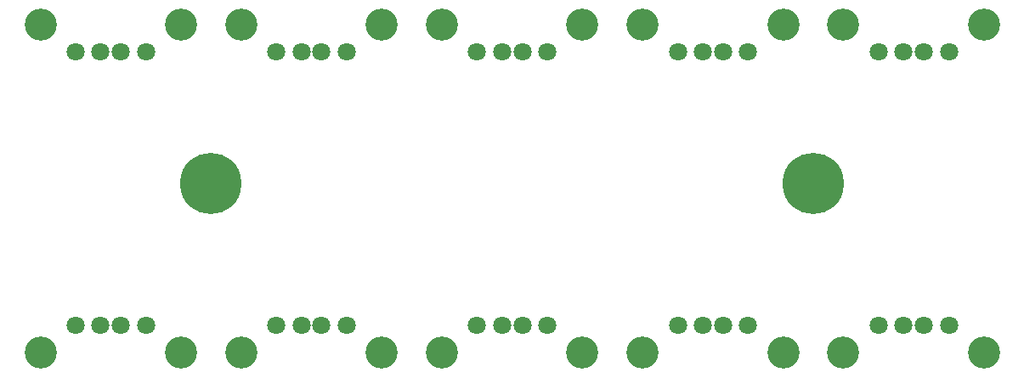
<source format=gbs>
G04 Layer: BottomSolderMaskLayer*
G04 EasyEDA v6.5.1, 2022-07-02 21:29:07*
G04 a67cddfb3fce44daa9051d46cbbcc19f,10*
G04 Gerber Generator version 0.2*
G04 Scale: 100 percent, Rotated: No, Reflected: No *
G04 Dimensions in millimeters *
G04 leading zeros omitted , absolute positions ,4 integer and 5 decimal *
%FSLAX45Y45*%
%MOMM*%

%ADD14C,1.2700*%
%ADD16C,3.2016*%
%ADD17C,1.8016*%
%ADD18C,6.1016*%

%LPD*%
D16*
G01*
X1699996Y364489D03*
G01*
X299999Y364489D03*
D17*
G01*
X649986Y635507D03*
G01*
X899998Y635507D03*
G01*
X1099997Y635507D03*
G01*
X1349984Y635507D03*
D18*
G01*
X1999995Y2050008D03*
D14*
G01*
X1999995Y2275001D03*
G01*
X1840890Y2209114D03*
G01*
X1775002Y2050008D03*
G01*
X1840890Y1890903D03*
G01*
X1999995Y1825015D03*
G01*
X2159101Y1890903D03*
G01*
X2224989Y2050008D03*
G01*
X2159101Y2209114D03*
D18*
G01*
X8000009Y2050008D03*
D14*
G01*
X8000009Y2275001D03*
G01*
X7840903Y2209114D03*
G01*
X7775016Y2050008D03*
G01*
X7840903Y1890903D03*
G01*
X8000009Y1825015D03*
G01*
X8159115Y1890903D03*
G01*
X8225002Y2050008D03*
G01*
X8159115Y2209114D03*
D16*
G01*
X3699992Y364489D03*
G01*
X2299995Y364489D03*
D17*
G01*
X2649981Y635507D03*
G01*
X2899994Y635507D03*
G01*
X3099993Y635507D03*
G01*
X3349980Y635507D03*
D16*
G01*
X5699988Y364489D03*
G01*
X4299991Y364489D03*
D17*
G01*
X4649977Y635507D03*
G01*
X4899990Y635507D03*
G01*
X5099989Y635507D03*
G01*
X5349976Y635507D03*
D16*
G01*
X7699984Y364489D03*
G01*
X6299987Y364489D03*
D17*
G01*
X6649974Y635507D03*
G01*
X6899986Y635507D03*
G01*
X7099985Y635507D03*
G01*
X7349972Y635507D03*
D16*
G01*
X9700006Y364489D03*
G01*
X8300008Y364489D03*
D17*
G01*
X8649995Y635507D03*
G01*
X8900007Y635507D03*
G01*
X9100007Y635507D03*
G01*
X9349993Y635507D03*
D16*
G01*
X299999Y3635502D03*
G01*
X1699996Y3635502D03*
D17*
G01*
X1350010Y3364484D03*
G01*
X1099997Y3364484D03*
G01*
X899998Y3364484D03*
G01*
X650011Y3364484D03*
D16*
G01*
X2299995Y3635502D03*
G01*
X3699992Y3635502D03*
D17*
G01*
X3350006Y3364484D03*
G01*
X3099993Y3364484D03*
G01*
X2899994Y3364484D03*
G01*
X2650007Y3364484D03*
D16*
G01*
X4300016Y3635502D03*
G01*
X5700013Y3635502D03*
D17*
G01*
X5350027Y3364484D03*
G01*
X5100015Y3364484D03*
G01*
X4900015Y3364484D03*
G01*
X4650028Y3364484D03*
D16*
G01*
X6300012Y3635502D03*
G01*
X7700009Y3635502D03*
D17*
G01*
X7350023Y3364484D03*
G01*
X7100011Y3364484D03*
G01*
X6900011Y3364484D03*
G01*
X6650024Y3364484D03*
D16*
G01*
X8300008Y3635502D03*
G01*
X9700006Y3635502D03*
D17*
G01*
X9350019Y3364484D03*
G01*
X9100007Y3364484D03*
G01*
X8900007Y3364484D03*
G01*
X8650020Y3364484D03*
M02*

</source>
